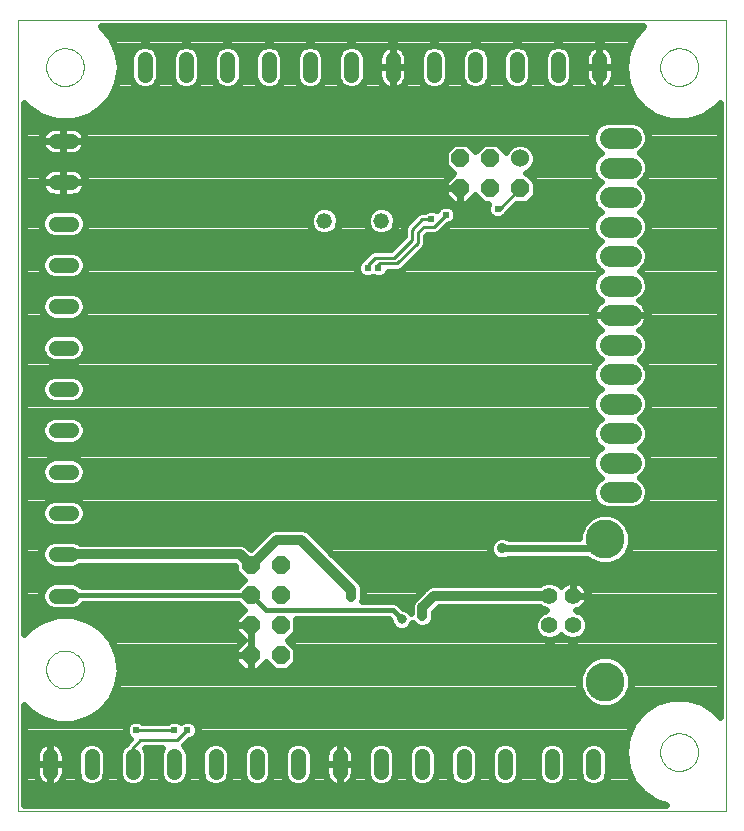
<source format=gbl>
G75*
%MOIN*%
%OFA0B0*%
%FSLAX24Y24*%
%IPPOS*%
%LPD*%
%AMOC8*
5,1,8,0,0,1.08239X$1,22.5*
%
%ADD10C,0.0000*%
%ADD11C,0.0520*%
%ADD12C,0.0515*%
%ADD13C,0.0700*%
%ADD14C,0.0600*%
%ADD15OC8,0.0600*%
%ADD16C,0.0560*%
%ADD17C,0.1300*%
%ADD18C,0.0240*%
%ADD19C,0.0241*%
%ADD20C,0.0317*%
%ADD21C,0.0160*%
%ADD22C,0.0100*%
%ADD23C,0.0320*%
%ADD24C,0.0356*%
D10*
X000389Y000891D02*
X000389Y027269D01*
X024011Y027269D01*
X024011Y000891D01*
X000389Y000891D01*
X001333Y005615D02*
X001335Y005665D01*
X001341Y005715D01*
X001351Y005764D01*
X001365Y005812D01*
X001382Y005859D01*
X001403Y005904D01*
X001428Y005948D01*
X001456Y005989D01*
X001488Y006028D01*
X001522Y006065D01*
X001559Y006099D01*
X001599Y006129D01*
X001641Y006156D01*
X001685Y006180D01*
X001731Y006201D01*
X001778Y006217D01*
X001826Y006230D01*
X001876Y006239D01*
X001925Y006244D01*
X001976Y006245D01*
X002026Y006242D01*
X002075Y006235D01*
X002124Y006224D01*
X002172Y006209D01*
X002218Y006191D01*
X002263Y006169D01*
X002306Y006143D01*
X002347Y006114D01*
X002386Y006082D01*
X002422Y006047D01*
X002454Y006009D01*
X002484Y005969D01*
X002511Y005926D01*
X002534Y005882D01*
X002553Y005836D01*
X002569Y005788D01*
X002581Y005739D01*
X002589Y005690D01*
X002593Y005640D01*
X002593Y005590D01*
X002589Y005540D01*
X002581Y005491D01*
X002569Y005442D01*
X002553Y005394D01*
X002534Y005348D01*
X002511Y005304D01*
X002484Y005261D01*
X002454Y005221D01*
X002422Y005183D01*
X002386Y005148D01*
X002347Y005116D01*
X002306Y005087D01*
X002263Y005061D01*
X002218Y005039D01*
X002172Y005021D01*
X002124Y005006D01*
X002075Y004995D01*
X002026Y004988D01*
X001976Y004985D01*
X001925Y004986D01*
X001876Y004991D01*
X001826Y005000D01*
X001778Y005013D01*
X001731Y005029D01*
X001685Y005050D01*
X001641Y005074D01*
X001599Y005101D01*
X001559Y005131D01*
X001522Y005165D01*
X001488Y005202D01*
X001456Y005241D01*
X001428Y005282D01*
X001403Y005326D01*
X001382Y005371D01*
X001365Y005418D01*
X001351Y005466D01*
X001341Y005515D01*
X001335Y005565D01*
X001333Y005615D01*
X001333Y025694D02*
X001335Y025744D01*
X001341Y025794D01*
X001351Y025843D01*
X001365Y025891D01*
X001382Y025938D01*
X001403Y025983D01*
X001428Y026027D01*
X001456Y026068D01*
X001488Y026107D01*
X001522Y026144D01*
X001559Y026178D01*
X001599Y026208D01*
X001641Y026235D01*
X001685Y026259D01*
X001731Y026280D01*
X001778Y026296D01*
X001826Y026309D01*
X001876Y026318D01*
X001925Y026323D01*
X001976Y026324D01*
X002026Y026321D01*
X002075Y026314D01*
X002124Y026303D01*
X002172Y026288D01*
X002218Y026270D01*
X002263Y026248D01*
X002306Y026222D01*
X002347Y026193D01*
X002386Y026161D01*
X002422Y026126D01*
X002454Y026088D01*
X002484Y026048D01*
X002511Y026005D01*
X002534Y025961D01*
X002553Y025915D01*
X002569Y025867D01*
X002581Y025818D01*
X002589Y025769D01*
X002593Y025719D01*
X002593Y025669D01*
X002589Y025619D01*
X002581Y025570D01*
X002569Y025521D01*
X002553Y025473D01*
X002534Y025427D01*
X002511Y025383D01*
X002484Y025340D01*
X002454Y025300D01*
X002422Y025262D01*
X002386Y025227D01*
X002347Y025195D01*
X002306Y025166D01*
X002263Y025140D01*
X002218Y025118D01*
X002172Y025100D01*
X002124Y025085D01*
X002075Y025074D01*
X002026Y025067D01*
X001976Y025064D01*
X001925Y025065D01*
X001876Y025070D01*
X001826Y025079D01*
X001778Y025092D01*
X001731Y025108D01*
X001685Y025129D01*
X001641Y025153D01*
X001599Y025180D01*
X001559Y025210D01*
X001522Y025244D01*
X001488Y025281D01*
X001456Y025320D01*
X001428Y025361D01*
X001403Y025405D01*
X001382Y025450D01*
X001365Y025497D01*
X001351Y025545D01*
X001341Y025594D01*
X001335Y025644D01*
X001333Y025694D01*
X021806Y025694D02*
X021808Y025744D01*
X021814Y025794D01*
X021824Y025843D01*
X021838Y025891D01*
X021855Y025938D01*
X021876Y025983D01*
X021901Y026027D01*
X021929Y026068D01*
X021961Y026107D01*
X021995Y026144D01*
X022032Y026178D01*
X022072Y026208D01*
X022114Y026235D01*
X022158Y026259D01*
X022204Y026280D01*
X022251Y026296D01*
X022299Y026309D01*
X022349Y026318D01*
X022398Y026323D01*
X022449Y026324D01*
X022499Y026321D01*
X022548Y026314D01*
X022597Y026303D01*
X022645Y026288D01*
X022691Y026270D01*
X022736Y026248D01*
X022779Y026222D01*
X022820Y026193D01*
X022859Y026161D01*
X022895Y026126D01*
X022927Y026088D01*
X022957Y026048D01*
X022984Y026005D01*
X023007Y025961D01*
X023026Y025915D01*
X023042Y025867D01*
X023054Y025818D01*
X023062Y025769D01*
X023066Y025719D01*
X023066Y025669D01*
X023062Y025619D01*
X023054Y025570D01*
X023042Y025521D01*
X023026Y025473D01*
X023007Y025427D01*
X022984Y025383D01*
X022957Y025340D01*
X022927Y025300D01*
X022895Y025262D01*
X022859Y025227D01*
X022820Y025195D01*
X022779Y025166D01*
X022736Y025140D01*
X022691Y025118D01*
X022645Y025100D01*
X022597Y025085D01*
X022548Y025074D01*
X022499Y025067D01*
X022449Y025064D01*
X022398Y025065D01*
X022349Y025070D01*
X022299Y025079D01*
X022251Y025092D01*
X022204Y025108D01*
X022158Y025129D01*
X022114Y025153D01*
X022072Y025180D01*
X022032Y025210D01*
X021995Y025244D01*
X021961Y025281D01*
X021929Y025320D01*
X021901Y025361D01*
X021876Y025405D01*
X021855Y025450D01*
X021838Y025497D01*
X021824Y025545D01*
X021814Y025594D01*
X021808Y025644D01*
X021806Y025694D01*
X021806Y002859D02*
X021808Y002909D01*
X021814Y002959D01*
X021824Y003008D01*
X021838Y003056D01*
X021855Y003103D01*
X021876Y003148D01*
X021901Y003192D01*
X021929Y003233D01*
X021961Y003272D01*
X021995Y003309D01*
X022032Y003343D01*
X022072Y003373D01*
X022114Y003400D01*
X022158Y003424D01*
X022204Y003445D01*
X022251Y003461D01*
X022299Y003474D01*
X022349Y003483D01*
X022398Y003488D01*
X022449Y003489D01*
X022499Y003486D01*
X022548Y003479D01*
X022597Y003468D01*
X022645Y003453D01*
X022691Y003435D01*
X022736Y003413D01*
X022779Y003387D01*
X022820Y003358D01*
X022859Y003326D01*
X022895Y003291D01*
X022927Y003253D01*
X022957Y003213D01*
X022984Y003170D01*
X023007Y003126D01*
X023026Y003080D01*
X023042Y003032D01*
X023054Y002983D01*
X023062Y002934D01*
X023066Y002884D01*
X023066Y002834D01*
X023062Y002784D01*
X023054Y002735D01*
X023042Y002686D01*
X023026Y002638D01*
X023007Y002592D01*
X022984Y002548D01*
X022957Y002505D01*
X022927Y002465D01*
X022895Y002427D01*
X022859Y002392D01*
X022820Y002360D01*
X022779Y002331D01*
X022736Y002305D01*
X022691Y002283D01*
X022645Y002265D01*
X022597Y002250D01*
X022548Y002239D01*
X022499Y002232D01*
X022449Y002229D01*
X022398Y002230D01*
X022349Y002235D01*
X022299Y002244D01*
X022251Y002257D01*
X022204Y002273D01*
X022158Y002294D01*
X022114Y002318D01*
X022072Y002345D01*
X022032Y002375D01*
X021995Y002409D01*
X021961Y002446D01*
X021929Y002485D01*
X021901Y002526D01*
X021876Y002570D01*
X021855Y002615D01*
X021838Y002662D01*
X021824Y002710D01*
X021814Y002759D01*
X021808Y002809D01*
X021806Y002859D01*
D11*
X012510Y020576D03*
X010610Y020576D03*
D12*
X010133Y025436D02*
X010133Y025951D01*
X008755Y025951D02*
X008755Y025436D01*
X007377Y025436D02*
X007377Y025951D01*
X005999Y025951D02*
X005999Y025436D01*
X004621Y025436D02*
X004621Y025951D01*
X002172Y023233D02*
X001657Y023233D01*
X001657Y021855D02*
X002172Y021855D01*
X002172Y020477D02*
X001657Y020477D01*
X001657Y019099D02*
X002172Y019099D01*
X002172Y017721D02*
X001657Y017721D01*
X001657Y016343D02*
X002172Y016343D01*
X002172Y014965D02*
X001657Y014965D01*
X001657Y013587D02*
X002172Y013587D01*
X002172Y012209D02*
X001657Y012209D01*
X001657Y010831D02*
X002172Y010831D01*
X002172Y009454D02*
X001657Y009454D01*
X001657Y008076D02*
X002172Y008076D01*
X002849Y002723D02*
X002849Y002208D01*
X001471Y002208D02*
X001471Y002723D01*
X004227Y002723D02*
X004227Y002208D01*
X005605Y002208D02*
X005605Y002723D01*
X006983Y002723D02*
X006983Y002208D01*
X008361Y002208D02*
X008361Y002723D01*
X009739Y002723D02*
X009739Y002208D01*
X011117Y002208D02*
X011117Y002723D01*
X012495Y002723D02*
X012495Y002208D01*
X013873Y002208D02*
X013873Y002723D01*
X015251Y002723D02*
X015251Y002208D01*
X016629Y002208D02*
X016629Y002723D01*
X018204Y002723D02*
X018204Y002208D01*
X019581Y002208D02*
X019581Y002723D01*
X019778Y025436D02*
X019778Y025951D01*
X018400Y025951D02*
X018400Y025436D01*
X017022Y025436D02*
X017022Y025951D01*
X015644Y025951D02*
X015644Y025436D01*
X014267Y025436D02*
X014267Y025951D01*
X012889Y025951D02*
X012889Y025436D01*
X011511Y025436D02*
X011511Y025951D01*
D13*
X020117Y023331D02*
X020817Y023331D01*
X020817Y022347D02*
X020117Y022347D01*
X020117Y021363D02*
X020817Y021363D01*
X020817Y020379D02*
X020117Y020379D01*
X020117Y019394D02*
X020817Y019394D01*
X020817Y018410D02*
X020117Y018410D01*
X020117Y017426D02*
X020817Y017426D01*
X020817Y016442D02*
X020117Y016442D01*
X020117Y015457D02*
X020817Y015457D01*
X020817Y014473D02*
X020117Y014473D01*
X020117Y013489D02*
X020817Y013489D01*
X020817Y012505D02*
X020117Y012505D01*
X020117Y011520D02*
X020817Y011520D01*
D14*
X017137Y022650D03*
D15*
X017137Y021650D03*
X016137Y021650D03*
X015137Y021650D03*
X015137Y022650D03*
X016137Y022650D03*
X009156Y009083D03*
X009156Y008083D03*
X009156Y007083D03*
X009156Y006083D03*
X008156Y006083D03*
X008156Y007083D03*
X008156Y008083D03*
X008156Y009083D03*
D16*
X018113Y008076D03*
X018893Y008076D03*
X018893Y007091D03*
X018113Y007091D03*
D17*
X019963Y005213D03*
X019963Y009953D03*
D18*
X019659Y009650D01*
X016530Y009650D01*
X016270Y009954D02*
X010367Y009954D01*
X010160Y010161D02*
X010053Y010268D01*
X009913Y010326D01*
X008943Y010326D01*
X008803Y010268D01*
X008156Y009621D01*
X008001Y009776D01*
X007862Y009834D01*
X002467Y009834D01*
X002442Y009858D01*
X002267Y009931D01*
X001562Y009931D01*
X001386Y009858D01*
X001252Y009724D01*
X001179Y009549D01*
X001179Y009359D01*
X001252Y009183D01*
X001386Y009049D01*
X001562Y008976D01*
X002267Y008976D01*
X002442Y009049D01*
X002467Y009074D01*
X007629Y009074D01*
X007636Y009066D01*
X007636Y008868D01*
X007921Y008583D01*
X007721Y008383D01*
X002539Y008383D01*
X002442Y008480D01*
X002267Y008553D01*
X001562Y008553D01*
X001386Y008480D01*
X001252Y008346D01*
X001179Y008171D01*
X001179Y007981D01*
X001252Y007805D01*
X001386Y007671D01*
X001562Y007598D01*
X002267Y007598D01*
X002442Y007671D01*
X002555Y007783D01*
X007721Y007783D01*
X007921Y007583D01*
X007636Y007299D01*
X007636Y007083D01*
X007636Y006868D01*
X007921Y006583D01*
X007636Y006299D01*
X007636Y006083D01*
X007636Y005868D01*
X007941Y005563D01*
X008156Y005563D01*
X008156Y006083D01*
X008156Y006083D01*
X007636Y006083D01*
X008156Y006083D01*
X008156Y006083D01*
X008156Y005563D01*
X008372Y005563D01*
X008656Y005848D01*
X008941Y005563D01*
X009372Y005563D01*
X009676Y005868D01*
X009676Y006299D01*
X009392Y006583D01*
X009676Y006868D01*
X009676Y007283D01*
X012764Y007283D01*
X012805Y007242D01*
X012805Y007213D01*
X012863Y007074D01*
X012969Y006967D01*
X013109Y006910D01*
X013259Y006910D01*
X013398Y006967D01*
X013505Y007074D01*
X013548Y007178D01*
X013551Y007171D01*
X013658Y007064D01*
X013797Y007007D01*
X013948Y007007D01*
X014088Y007064D01*
X014195Y007171D01*
X014253Y007311D01*
X014253Y007524D01*
X014424Y007696D01*
X017785Y007696D01*
X017829Y007652D01*
X017994Y007583D01*
X017829Y007515D01*
X017689Y007375D01*
X017613Y007191D01*
X017613Y006992D01*
X017689Y006808D01*
X017829Y006667D01*
X018013Y006591D01*
X018212Y006591D01*
X018396Y006667D01*
X018503Y006774D01*
X018609Y006667D01*
X018793Y006591D01*
X018992Y006591D01*
X019176Y006667D01*
X019316Y006808D01*
X019393Y006992D01*
X019393Y007191D01*
X019316Y007375D01*
X019176Y007515D01*
X019003Y007587D01*
X019010Y007588D01*
X019084Y007612D01*
X019155Y007648D01*
X019218Y007694D01*
X019274Y007750D01*
X019320Y007814D01*
X019356Y007884D01*
X019380Y007959D01*
X019393Y008036D01*
X019393Y008076D01*
X019393Y008115D01*
X019380Y008193D01*
X019356Y008268D01*
X019320Y008338D01*
X019274Y008401D01*
X019218Y008457D01*
X019155Y008503D01*
X019084Y008539D01*
X019010Y008563D01*
X018932Y008576D01*
X018893Y008576D01*
X018893Y008076D01*
X019393Y008076D01*
X018893Y008076D01*
X018893Y008076D01*
X018893Y008076D01*
X018893Y008576D01*
X018853Y008576D01*
X018775Y008563D01*
X018701Y008539D01*
X018630Y008503D01*
X018567Y008457D01*
X018511Y008401D01*
X018504Y008391D01*
X018396Y008499D01*
X018212Y008576D01*
X018013Y008576D01*
X017829Y008499D01*
X017785Y008456D01*
X014191Y008456D01*
X014051Y008398D01*
X013944Y008291D01*
X013551Y007897D01*
X013493Y007757D01*
X013493Y007514D01*
X013398Y007609D01*
X013259Y007667D01*
X013230Y007667D01*
X013059Y007838D01*
X012948Y007883D01*
X011863Y007883D01*
X011891Y007951D01*
X011891Y008348D01*
X011833Y008488D01*
X010160Y010161D01*
X010128Y010192D02*
X019120Y010192D01*
X019093Y010127D02*
X019093Y009990D01*
X016750Y009990D01*
X016610Y010049D01*
X016451Y010049D01*
X016305Y009988D01*
X016193Y009876D01*
X016132Y009730D01*
X016132Y009571D01*
X016193Y009425D01*
X016305Y009313D01*
X016451Y009252D01*
X016610Y009252D01*
X016750Y009310D01*
X019375Y009310D01*
X019470Y009216D01*
X019789Y009083D01*
X020136Y009083D01*
X020455Y009216D01*
X020700Y009461D01*
X020833Y009780D01*
X020833Y010127D01*
X020700Y010446D01*
X020455Y010691D01*
X020136Y010823D01*
X019789Y010823D01*
X019470Y010691D01*
X019225Y010446D01*
X019093Y010127D01*
X019218Y010431D02*
X002446Y010431D01*
X002442Y010427D02*
X002576Y010561D01*
X002649Y010737D01*
X002649Y010926D01*
X002576Y011102D01*
X002442Y011236D01*
X002267Y011309D01*
X001562Y011309D01*
X001386Y011236D01*
X001252Y011102D01*
X001179Y010926D01*
X001179Y010737D01*
X001252Y010561D01*
X001386Y010427D01*
X001562Y010354D01*
X002267Y010354D01*
X002442Y010427D01*
X002621Y010669D02*
X019448Y010669D01*
X019794Y011037D02*
X020004Y010950D01*
X020931Y010950D01*
X021140Y011037D01*
X021301Y011198D01*
X021387Y011407D01*
X021387Y011634D01*
X021301Y011843D01*
X021140Y012004D01*
X021119Y012013D01*
X021140Y012022D01*
X021301Y012182D01*
X021387Y012391D01*
X021387Y012618D01*
X021301Y012828D01*
X021140Y012988D01*
X021119Y012997D01*
X021140Y013006D01*
X021301Y013166D01*
X021387Y013376D01*
X021387Y013602D01*
X021301Y013812D01*
X021140Y013972D01*
X021119Y013981D01*
X021140Y013990D01*
X021301Y014150D01*
X021387Y014360D01*
X021387Y014587D01*
X021301Y014796D01*
X021140Y014956D01*
X021119Y014965D01*
X021140Y014974D01*
X021301Y015135D01*
X021387Y015344D01*
X021387Y015571D01*
X021301Y015780D01*
X021140Y015941D01*
X021119Y015950D01*
X021140Y015959D01*
X021301Y016119D01*
X021387Y016328D01*
X021387Y016555D01*
X021301Y016765D01*
X021140Y016925D01*
X021112Y016937D01*
X021116Y016938D01*
X021189Y016991D01*
X021252Y017055D01*
X021305Y017127D01*
X021346Y017207D01*
X021373Y017293D01*
X021387Y017381D01*
X021387Y017426D01*
X021387Y017471D01*
X021373Y017559D01*
X021346Y017645D01*
X021305Y017725D01*
X021252Y017797D01*
X021189Y017861D01*
X021116Y017913D01*
X021112Y017915D01*
X021140Y017927D01*
X021301Y018087D01*
X021387Y018297D01*
X021387Y018524D01*
X021301Y018733D01*
X021140Y018893D01*
X021119Y018902D01*
X021140Y018911D01*
X021301Y019072D01*
X021387Y019281D01*
X021387Y019508D01*
X021301Y019717D01*
X021140Y019878D01*
X021119Y019887D01*
X021140Y019896D01*
X021301Y020056D01*
X021387Y020265D01*
X021387Y020492D01*
X021301Y020702D01*
X021140Y020862D01*
X021119Y020871D01*
X021140Y020880D01*
X021301Y021040D01*
X021387Y021250D01*
X021387Y021476D01*
X021301Y021686D01*
X021140Y021846D01*
X021119Y021855D01*
X021140Y021864D01*
X021301Y022024D01*
X021387Y022234D01*
X021387Y022461D01*
X021301Y022670D01*
X021140Y022830D01*
X021119Y022839D01*
X021140Y022848D01*
X021301Y023009D01*
X021387Y023218D01*
X021387Y023445D01*
X021301Y023654D01*
X021140Y023815D01*
X020931Y023901D01*
X020004Y023901D01*
X019794Y023815D01*
X019634Y023654D01*
X019547Y023445D01*
X019547Y023218D01*
X019634Y023009D01*
X019794Y022848D01*
X019816Y022839D01*
X019794Y022830D01*
X019634Y022670D01*
X019547Y022461D01*
X019547Y022234D01*
X019634Y022024D01*
X019794Y021864D01*
X019816Y021855D01*
X019794Y021846D01*
X019634Y021686D01*
X019547Y021476D01*
X019547Y021250D01*
X019634Y021040D01*
X019794Y020880D01*
X019816Y020871D01*
X019794Y020862D01*
X019634Y020702D01*
X019547Y020492D01*
X019547Y020265D01*
X019634Y020056D01*
X019794Y019896D01*
X019816Y019887D01*
X019794Y019878D01*
X019634Y019717D01*
X019547Y019508D01*
X019547Y019281D01*
X019634Y019072D01*
X019794Y018911D01*
X019816Y018902D01*
X019794Y018893D01*
X019634Y018733D01*
X019547Y018524D01*
X019547Y018297D01*
X019634Y018087D01*
X019794Y017927D01*
X019822Y017915D01*
X019819Y017913D01*
X019746Y017861D01*
X019683Y017797D01*
X019630Y017725D01*
X019589Y017645D01*
X019561Y017559D01*
X019547Y017471D01*
X019547Y017426D01*
X019547Y017381D01*
X019561Y017293D01*
X019589Y017207D01*
X019630Y017127D01*
X019683Y017055D01*
X019746Y016991D01*
X019819Y016938D01*
X019822Y016937D01*
X019794Y016925D01*
X019634Y016765D01*
X019547Y016555D01*
X019547Y016328D01*
X019634Y016119D01*
X019794Y015959D01*
X019816Y015950D01*
X019794Y015941D01*
X019634Y015780D01*
X019547Y015571D01*
X019547Y015344D01*
X019634Y015135D01*
X019794Y014974D01*
X019816Y014965D01*
X019794Y014956D01*
X019634Y014796D01*
X019547Y014587D01*
X019547Y014360D01*
X019634Y014150D01*
X019794Y013990D01*
X019816Y013981D01*
X019794Y013972D01*
X019634Y013812D01*
X019547Y013602D01*
X019547Y013376D01*
X019634Y013166D01*
X019794Y013006D01*
X019816Y012997D01*
X019794Y012988D01*
X019634Y012828D01*
X019547Y012618D01*
X019547Y012391D01*
X019634Y012182D01*
X019794Y012022D01*
X019816Y012013D01*
X019794Y012004D01*
X019634Y011843D01*
X019547Y011634D01*
X019547Y011407D01*
X019634Y011198D01*
X019794Y011037D01*
X019686Y011146D02*
X002532Y011146D01*
X002649Y010908D02*
X023791Y010908D01*
X023791Y011146D02*
X021249Y011146D01*
X021378Y011385D02*
X023791Y011385D01*
X023791Y011623D02*
X021387Y011623D01*
X021282Y011862D02*
X023791Y011862D01*
X023791Y012100D02*
X021219Y012100D01*
X021365Y012339D02*
X023791Y012339D01*
X023791Y012577D02*
X021387Y012577D01*
X021306Y012816D02*
X023791Y012816D01*
X023791Y013054D02*
X021189Y013054D01*
X021353Y013293D02*
X023791Y013293D01*
X023791Y013531D02*
X021387Y013531D01*
X021318Y013770D02*
X023791Y013770D01*
X023791Y014008D02*
X021158Y014008D01*
X021340Y014247D02*
X023791Y014247D01*
X023791Y014485D02*
X021387Y014485D01*
X021331Y014724D02*
X023791Y014724D01*
X023791Y014962D02*
X021127Y014962D01*
X021328Y015201D02*
X023791Y015201D01*
X023791Y015439D02*
X021387Y015439D01*
X021343Y015678D02*
X023791Y015678D01*
X023791Y015916D02*
X021165Y015916D01*
X021315Y016155D02*
X023791Y016155D01*
X023791Y016393D02*
X021387Y016393D01*
X021356Y016632D02*
X023791Y016632D01*
X023791Y016870D02*
X021195Y016870D01*
X021291Y017109D02*
X023791Y017109D01*
X023791Y017347D02*
X021382Y017347D01*
X021387Y017426D02*
X020467Y017426D01*
X019547Y017426D01*
X020467Y017426D01*
X020467Y017426D01*
X021387Y017426D01*
X021365Y017586D02*
X023791Y017586D01*
X023791Y017824D02*
X021225Y017824D01*
X021276Y018063D02*
X023791Y018063D01*
X023791Y018301D02*
X021387Y018301D01*
X021381Y018540D02*
X023791Y018540D01*
X023791Y018778D02*
X021256Y018778D01*
X021246Y019017D02*
X023791Y019017D01*
X023791Y019255D02*
X021377Y019255D01*
X021387Y019494D02*
X023791Y019494D01*
X023791Y019732D02*
X021286Y019732D01*
X021215Y019971D02*
X023791Y019971D01*
X023791Y020209D02*
X021364Y020209D01*
X021387Y020448D02*
X023791Y020448D01*
X023791Y020686D02*
X021307Y020686D01*
X021185Y020925D02*
X023791Y020925D01*
X023791Y021163D02*
X021351Y021163D01*
X021387Y021402D02*
X023791Y021402D01*
X023791Y021640D02*
X021320Y021640D01*
X021155Y021879D02*
X023791Y021879D01*
X023791Y022117D02*
X021339Y022117D01*
X021387Y022356D02*
X023791Y022356D01*
X023791Y022594D02*
X021332Y022594D01*
X021135Y022833D02*
X023791Y022833D01*
X023791Y023071D02*
X021326Y023071D01*
X021387Y023310D02*
X023791Y023310D01*
X023791Y023548D02*
X021345Y023548D01*
X021168Y023787D02*
X023791Y023787D01*
X023791Y024025D02*
X023147Y024025D01*
X023192Y024038D02*
X023628Y024318D01*
X023791Y024506D01*
X023791Y004046D01*
X023628Y004235D01*
X023628Y004235D01*
X023192Y004515D01*
X022695Y004661D01*
X022177Y004661D01*
X021680Y004515D01*
X021680Y004515D01*
X021244Y004235D01*
X020905Y003843D01*
X020690Y003372D01*
X020690Y003372D01*
X020616Y002859D01*
X020690Y002346D01*
X020905Y001875D01*
X021244Y001484D01*
X021680Y001204D01*
X021996Y001111D01*
X000609Y001111D01*
X000609Y004428D01*
X000772Y004239D01*
X001207Y003959D01*
X001207Y003959D01*
X001704Y003813D01*
X002222Y003813D01*
X002719Y003959D01*
X002719Y003959D01*
X003155Y004239D01*
X003155Y004239D01*
X003155Y004239D01*
X003494Y004631D01*
X003710Y005102D01*
X003710Y005102D01*
X003783Y005615D01*
X003710Y006128D01*
X003494Y006599D01*
X003155Y006990D01*
X002719Y007270D01*
X002222Y007416D01*
X001704Y007416D01*
X001207Y007270D01*
X000772Y006990D01*
X000609Y006802D01*
X000609Y024506D01*
X000772Y024318D01*
X001207Y024038D01*
X001207Y024038D01*
X001704Y023892D01*
X002222Y023892D01*
X002719Y024038D01*
X002719Y024038D01*
X003155Y024318D01*
X003155Y024318D01*
X003155Y024318D01*
X003494Y024710D01*
X003710Y025181D01*
X003783Y025694D01*
X003710Y026206D01*
X003710Y026206D01*
X003494Y026678D01*
X003173Y027049D01*
X021226Y027049D01*
X020905Y026678D01*
X020690Y026206D01*
X020616Y025694D01*
X020616Y025694D01*
X020690Y025181D01*
X020905Y024710D01*
X020905Y024710D01*
X021244Y024318D01*
X021680Y024038D01*
X022177Y023892D01*
X022695Y023892D01*
X023192Y024038D01*
X023543Y024264D02*
X023791Y024264D01*
X023628Y024318D02*
X023628Y024318D01*
X023787Y024502D02*
X023791Y024502D01*
X021724Y024025D02*
X002675Y024025D01*
X003070Y024264D02*
X021329Y024264D01*
X021244Y024318D02*
X021244Y024318D01*
X021085Y024502D02*
X003315Y024502D01*
X003494Y024710D02*
X003494Y024710D01*
X003509Y024741D02*
X020891Y024741D01*
X020782Y024979D02*
X019917Y024979D01*
X019890Y024970D02*
X019962Y024994D01*
X020029Y025028D01*
X020089Y025072D01*
X020143Y025125D01*
X020187Y025186D01*
X020221Y025253D01*
X020244Y025324D01*
X020256Y025399D01*
X020256Y025694D01*
X020256Y025989D01*
X020244Y026063D01*
X020221Y026134D01*
X020187Y026201D01*
X020143Y026262D01*
X020089Y026315D01*
X020029Y026360D01*
X019962Y026394D01*
X019890Y026417D01*
X019816Y026429D01*
X019778Y026429D01*
X019741Y026429D01*
X019667Y026417D01*
X019595Y026394D01*
X019528Y026360D01*
X019467Y026315D01*
X019414Y026262D01*
X019370Y026201D01*
X019336Y026134D01*
X019313Y026063D01*
X019301Y025989D01*
X019301Y025694D01*
X019778Y025694D01*
X019778Y025694D01*
X019778Y026429D01*
X019778Y025694D01*
X019778Y025694D01*
X019301Y025694D01*
X019301Y025399D01*
X019313Y025324D01*
X019336Y025253D01*
X019370Y025186D01*
X019414Y025125D01*
X019467Y025072D01*
X019528Y025028D01*
X019595Y024994D01*
X019667Y024970D01*
X019741Y024959D01*
X019778Y024959D01*
X019778Y025694D01*
X019778Y025694D01*
X020256Y025694D01*
X019778Y025694D01*
X019778Y025694D01*
X019778Y024959D01*
X019816Y024959D01*
X019890Y024970D01*
X019778Y024979D02*
X019778Y024979D01*
X019640Y024979D02*
X018544Y024979D01*
X018495Y024959D02*
X018671Y025031D01*
X018805Y025166D01*
X018878Y025341D01*
X018878Y026046D01*
X018805Y026222D01*
X018671Y026356D01*
X018495Y026429D01*
X018305Y026429D01*
X018130Y026356D01*
X017996Y026222D01*
X017923Y026046D01*
X017923Y025341D01*
X017996Y025166D01*
X018130Y025031D01*
X018305Y024959D01*
X018495Y024959D01*
X018256Y024979D02*
X017167Y024979D01*
X017117Y024959D02*
X017293Y025031D01*
X017427Y025166D01*
X017500Y025341D01*
X017500Y026046D01*
X017427Y026222D01*
X017293Y026356D01*
X017117Y026429D01*
X016927Y026429D01*
X016752Y026356D01*
X016618Y026222D01*
X016545Y026046D01*
X016545Y025341D01*
X016618Y025166D01*
X016752Y025031D01*
X016927Y024959D01*
X017117Y024959D01*
X016878Y024979D02*
X015789Y024979D01*
X015739Y024959D02*
X015915Y025031D01*
X016049Y025166D01*
X016122Y025341D01*
X016122Y026046D01*
X016049Y026222D01*
X015915Y026356D01*
X015739Y026429D01*
X015550Y026429D01*
X015374Y026356D01*
X015240Y026222D01*
X015167Y026046D01*
X015167Y025341D01*
X015240Y025166D01*
X015374Y025031D01*
X015550Y024959D01*
X015739Y024959D01*
X015500Y024979D02*
X014411Y024979D01*
X014362Y024959D02*
X014537Y025031D01*
X014671Y025166D01*
X014744Y025341D01*
X014744Y026046D01*
X014671Y026222D01*
X014537Y026356D01*
X014362Y026429D01*
X014172Y026429D01*
X013996Y026356D01*
X013862Y026222D01*
X013789Y026046D01*
X013789Y025341D01*
X013862Y025166D01*
X013996Y025031D01*
X014172Y024959D01*
X014362Y024959D01*
X014122Y024979D02*
X013027Y024979D01*
X013000Y024970D02*
X013072Y024994D01*
X013139Y025028D01*
X013200Y025072D01*
X013253Y025125D01*
X013297Y025186D01*
X013331Y025253D01*
X013354Y025324D01*
X013366Y025399D01*
X013366Y025694D01*
X013366Y025989D01*
X013354Y026063D01*
X013331Y026134D01*
X013297Y026201D01*
X013253Y026262D01*
X013200Y026315D01*
X013139Y026360D01*
X013072Y026394D01*
X013000Y026417D01*
X012926Y026429D01*
X012889Y026429D01*
X012889Y025694D01*
X013366Y025694D01*
X012889Y025694D01*
X012889Y025694D01*
X012889Y025694D01*
X012889Y026429D01*
X012851Y026429D01*
X012777Y026417D01*
X012705Y026394D01*
X012638Y026360D01*
X012578Y026315D01*
X012524Y026262D01*
X012480Y026201D01*
X012446Y026134D01*
X012423Y026063D01*
X012411Y025989D01*
X012411Y025694D01*
X012889Y025694D01*
X012889Y024959D01*
X012926Y024959D01*
X013000Y024970D01*
X012889Y024979D02*
X012889Y024979D01*
X012889Y024959D02*
X012889Y025694D01*
X012889Y025694D01*
X012889Y025694D01*
X012411Y025694D01*
X012411Y025399D01*
X012423Y025324D01*
X012446Y025253D01*
X012480Y025186D01*
X012524Y025125D01*
X012578Y025072D01*
X012638Y025028D01*
X012705Y024994D01*
X012777Y024970D01*
X012851Y024959D01*
X012889Y024959D01*
X012750Y024979D02*
X011655Y024979D01*
X011606Y024959D02*
X011781Y025031D01*
X011915Y025166D01*
X011988Y025341D01*
X011988Y026046D01*
X011915Y026222D01*
X011781Y026356D01*
X011606Y026429D01*
X011416Y026429D01*
X011240Y026356D01*
X011106Y026222D01*
X011033Y026046D01*
X011033Y025341D01*
X011106Y025166D01*
X011240Y025031D01*
X011416Y024959D01*
X011606Y024959D01*
X011367Y024979D02*
X010277Y024979D01*
X010228Y024959D02*
X010403Y025031D01*
X010537Y025166D01*
X010610Y025341D01*
X010610Y026046D01*
X010537Y026222D01*
X010403Y026356D01*
X010228Y026429D01*
X010038Y026429D01*
X009862Y026356D01*
X009728Y026222D01*
X009655Y026046D01*
X009655Y025341D01*
X009728Y025166D01*
X009862Y025031D01*
X010038Y024959D01*
X010228Y024959D01*
X009989Y024979D02*
X008899Y024979D01*
X008850Y024959D02*
X009025Y025031D01*
X009160Y025166D01*
X009232Y025341D01*
X009232Y026046D01*
X009160Y026222D01*
X009025Y026356D01*
X008850Y026429D01*
X008660Y026429D01*
X008484Y026356D01*
X008350Y026222D01*
X008277Y026046D01*
X008277Y025341D01*
X008350Y025166D01*
X008484Y025031D01*
X008660Y024959D01*
X008850Y024959D01*
X008611Y024979D02*
X007521Y024979D01*
X007472Y024959D02*
X007647Y025031D01*
X007782Y025166D01*
X007854Y025341D01*
X007854Y026046D01*
X007782Y026222D01*
X007647Y026356D01*
X007472Y026429D01*
X007282Y026429D01*
X007106Y026356D01*
X006972Y026222D01*
X006899Y026046D01*
X006899Y025341D01*
X006972Y025166D01*
X007106Y025031D01*
X007282Y024959D01*
X007472Y024959D01*
X007233Y024979D02*
X006143Y024979D01*
X006094Y024959D02*
X006269Y025031D01*
X006404Y025166D01*
X006476Y025341D01*
X006476Y026046D01*
X006404Y026222D01*
X006269Y026356D01*
X006094Y026429D01*
X005904Y026429D01*
X005728Y026356D01*
X005594Y026222D01*
X005521Y026046D01*
X005521Y025341D01*
X005594Y025166D01*
X005728Y025031D01*
X005904Y024959D01*
X006094Y024959D01*
X005855Y024979D02*
X004765Y024979D01*
X004716Y024959D02*
X004891Y025031D01*
X005026Y025166D01*
X005098Y025341D01*
X005098Y026046D01*
X005026Y026222D01*
X004891Y026356D01*
X004716Y026429D01*
X004526Y026429D01*
X004350Y026356D01*
X004216Y026222D01*
X004143Y026046D01*
X004143Y025341D01*
X004216Y025166D01*
X004350Y025031D01*
X004526Y024959D01*
X004716Y024959D01*
X004477Y024979D02*
X003617Y024979D01*
X003710Y025181D02*
X003710Y025181D01*
X003715Y025218D02*
X004195Y025218D01*
X004143Y025456D02*
X003749Y025456D01*
X003783Y025695D02*
X004143Y025695D01*
X004143Y025933D02*
X003749Y025933D01*
X003715Y026172D02*
X004195Y026172D01*
X004481Y026410D02*
X003617Y026410D01*
X003508Y026649D02*
X020891Y026649D01*
X020905Y026678D02*
X020905Y026678D01*
X021086Y026887D02*
X003313Y026887D01*
X003494Y026678D02*
X003494Y026678D01*
X004761Y026410D02*
X005859Y026410D01*
X006139Y026410D02*
X007237Y026410D01*
X006951Y026172D02*
X006424Y026172D01*
X006476Y025933D02*
X006899Y025933D01*
X006899Y025695D02*
X006476Y025695D01*
X006476Y025456D02*
X006899Y025456D01*
X006951Y025218D02*
X006425Y025218D01*
X005573Y025218D02*
X005047Y025218D01*
X005098Y025456D02*
X005521Y025456D01*
X005521Y025695D02*
X005098Y025695D01*
X005098Y025933D02*
X005521Y025933D01*
X005573Y026172D02*
X005046Y026172D01*
X002483Y023597D02*
X002422Y023641D01*
X002355Y023676D01*
X002283Y023699D01*
X002209Y023711D01*
X001914Y023711D01*
X001619Y023711D01*
X001545Y023699D01*
X001473Y023676D01*
X001406Y023641D01*
X001346Y023597D01*
X001292Y023544D01*
X001248Y023483D01*
X001214Y023416D01*
X001191Y023345D01*
X001179Y023271D01*
X001179Y023233D01*
X001179Y023195D01*
X001191Y023121D01*
X001214Y023050D01*
X001248Y022983D01*
X001292Y022922D01*
X001346Y022869D01*
X001406Y022825D01*
X001473Y022791D01*
X001545Y022767D01*
X001619Y022756D01*
X001914Y022756D01*
X001914Y023233D01*
X001179Y023233D01*
X001914Y023233D01*
X001914Y023233D01*
X001914Y023233D01*
X001914Y023711D01*
X001914Y023233D01*
X001914Y023233D01*
X001914Y022756D01*
X002209Y022756D01*
X002283Y022767D01*
X002355Y022791D01*
X002422Y022825D01*
X002483Y022869D01*
X002536Y022922D01*
X002580Y022983D01*
X002614Y023050D01*
X002637Y023121D01*
X002649Y023195D01*
X002649Y023233D01*
X001914Y023233D01*
X001914Y023233D01*
X002649Y023233D01*
X002649Y023271D01*
X002637Y023345D01*
X002614Y023416D01*
X002580Y023483D01*
X002536Y023544D01*
X002483Y023597D01*
X002532Y023548D02*
X019590Y023548D01*
X019547Y023310D02*
X002643Y023310D01*
X002621Y023071D02*
X014822Y023071D01*
X014921Y023170D02*
X014617Y022866D01*
X014617Y022435D01*
X014901Y022150D01*
X014617Y021866D01*
X014617Y021650D01*
X014617Y021435D01*
X014921Y021130D01*
X015137Y021130D01*
X015352Y021130D01*
X015637Y021415D01*
X015921Y021130D01*
X016081Y021130D01*
X016042Y021037D01*
X016042Y020902D01*
X016094Y020776D01*
X016190Y020680D01*
X016315Y020629D01*
X016450Y020629D01*
X016576Y020680D01*
X016672Y020776D01*
X016691Y020823D01*
X016998Y021130D01*
X017352Y021130D01*
X017657Y021435D01*
X017657Y021866D01*
X017352Y022170D01*
X017337Y022170D01*
X017431Y022210D01*
X017577Y022356D01*
X019547Y022356D01*
X019596Y022117D02*
X017405Y022117D01*
X017577Y022356D02*
X017657Y022547D01*
X017657Y022754D01*
X017577Y022945D01*
X017431Y023091D01*
X017240Y023170D01*
X017033Y023170D01*
X016842Y023091D01*
X016696Y022945D01*
X016657Y022850D01*
X016657Y022866D01*
X016352Y023170D01*
X015921Y023170D01*
X015637Y022886D01*
X015352Y023170D01*
X014921Y023170D01*
X014617Y022833D02*
X002433Y022833D01*
X002283Y022321D02*
X002209Y022333D01*
X001914Y022333D01*
X001619Y022333D01*
X001545Y022321D01*
X001473Y022298D01*
X001406Y022263D01*
X001346Y022219D01*
X001292Y022166D01*
X001248Y022105D01*
X001214Y022038D01*
X001191Y021967D01*
X001179Y021893D01*
X001179Y021855D01*
X001179Y021818D01*
X001191Y021743D01*
X001214Y021672D01*
X001248Y021605D01*
X001292Y021544D01*
X001346Y021491D01*
X001406Y021447D01*
X001473Y021413D01*
X001545Y021389D01*
X001619Y021378D01*
X001914Y021378D01*
X001914Y021855D01*
X001179Y021855D01*
X001914Y021855D01*
X001914Y021855D01*
X001914Y021855D01*
X001914Y021378D01*
X002209Y021378D01*
X002283Y021389D01*
X002355Y021413D01*
X002422Y021447D01*
X002483Y021491D01*
X002536Y021544D01*
X002580Y021605D01*
X002614Y021672D01*
X002637Y021743D01*
X002649Y021818D01*
X002649Y021855D01*
X001914Y021855D01*
X001914Y022333D01*
X001914Y021855D01*
X001914Y021855D01*
X001914Y021855D01*
X002649Y021855D01*
X002649Y021893D01*
X002637Y021967D01*
X002614Y022038D01*
X002580Y022105D01*
X002536Y022166D01*
X002483Y022219D01*
X002422Y022263D01*
X002355Y022298D01*
X002283Y022321D01*
X002572Y022117D02*
X014868Y022117D01*
X014696Y022356D02*
X000609Y022356D01*
X000609Y022594D02*
X014617Y022594D01*
X014629Y021879D02*
X002649Y021879D01*
X002598Y021640D02*
X014617Y021640D01*
X014617Y021650D02*
X015137Y021650D01*
X015137Y021130D01*
X015137Y021650D01*
X015137Y021650D01*
X015137Y021650D01*
X014617Y021650D01*
X014650Y021402D02*
X002321Y021402D01*
X002267Y020955D02*
X002442Y020882D01*
X002576Y020748D01*
X002649Y020572D01*
X002649Y020382D01*
X002576Y020207D01*
X002442Y020072D01*
X002267Y020000D01*
X001562Y020000D01*
X001386Y020072D01*
X001252Y020207D01*
X001179Y020382D01*
X001179Y020572D01*
X001252Y020748D01*
X001386Y020882D01*
X001562Y020955D01*
X002267Y020955D01*
X002339Y020925D02*
X010280Y020925D01*
X010338Y020983D02*
X010203Y020847D01*
X010130Y020671D01*
X010130Y020480D01*
X010203Y020304D01*
X010338Y020169D01*
X010514Y020096D01*
X010705Y020096D01*
X010882Y020169D01*
X011017Y020304D01*
X011090Y020480D01*
X011090Y020671D01*
X011017Y020847D01*
X010882Y020983D01*
X010705Y021056D01*
X010514Y021056D01*
X010338Y020983D01*
X010136Y020686D02*
X002602Y020686D01*
X002649Y020448D02*
X010143Y020448D01*
X010298Y020209D02*
X002577Y020209D01*
X002267Y019577D02*
X002442Y019504D01*
X002576Y019370D01*
X002649Y019194D01*
X002649Y019004D01*
X002576Y018829D01*
X002442Y018694D01*
X002267Y018622D01*
X001562Y018622D01*
X001386Y018694D01*
X001252Y018829D01*
X001179Y019004D01*
X001179Y019194D01*
X001252Y019370D01*
X001386Y019504D01*
X001562Y019577D01*
X002267Y019577D01*
X002453Y019494D02*
X012064Y019494D01*
X012069Y019498D02*
X011899Y019328D01*
X011862Y019291D01*
X011859Y019290D01*
X011763Y019194D01*
X011711Y019069D01*
X011711Y018933D01*
X011763Y018808D01*
X011859Y018712D01*
X011984Y018660D01*
X012120Y018660D01*
X012224Y018703D01*
X012329Y018660D01*
X012464Y018660D01*
X012589Y018712D01*
X012685Y018808D01*
X012715Y018878D01*
X013090Y018878D01*
X013189Y018920D01*
X013878Y019609D01*
X013954Y019684D01*
X013995Y019784D01*
X013995Y020070D01*
X014034Y020109D01*
X014320Y020109D01*
X014419Y020150D01*
X014701Y020432D01*
X014728Y020432D01*
X014853Y020484D01*
X014949Y020579D01*
X015001Y020705D01*
X015001Y020840D01*
X014949Y020965D01*
X014853Y021061D01*
X014728Y021113D01*
X014592Y021113D01*
X014467Y021061D01*
X014371Y020965D01*
X014352Y020918D01*
X014236Y020966D01*
X014100Y020966D01*
X013975Y020914D01*
X013956Y020895D01*
X013819Y020895D01*
X013720Y020854D01*
X013644Y020778D01*
X013299Y020433D01*
X013258Y020334D01*
X013258Y020048D01*
X012826Y019615D01*
X012244Y019615D01*
X012145Y019574D01*
X012069Y019498D01*
X012069Y019498D01*
X011899Y019328D02*
X011899Y019328D01*
X011824Y019255D02*
X002624Y019255D01*
X002649Y019017D02*
X011711Y019017D01*
X011793Y018778D02*
X002526Y018778D01*
X002267Y018199D02*
X002442Y018126D01*
X002576Y017992D01*
X002649Y017816D01*
X002649Y017626D01*
X002576Y017451D01*
X002442Y017316D01*
X002267Y017244D01*
X001562Y017244D01*
X001386Y017316D01*
X001252Y017451D01*
X001179Y017626D01*
X001179Y017816D01*
X001252Y017992D01*
X001386Y018126D01*
X001562Y018199D01*
X002267Y018199D01*
X002506Y018063D02*
X019659Y018063D01*
X019709Y017824D02*
X002646Y017824D01*
X002632Y017586D02*
X019570Y017586D01*
X019553Y017347D02*
X002473Y017347D01*
X002267Y016821D02*
X002442Y016748D01*
X002576Y016614D01*
X002649Y016438D01*
X002649Y016248D01*
X002576Y016073D01*
X002442Y015939D01*
X002267Y015866D01*
X001562Y015866D01*
X001386Y015939D01*
X001252Y016073D01*
X001179Y016248D01*
X001179Y016438D01*
X001252Y016614D01*
X001386Y016748D01*
X001562Y016821D01*
X002267Y016821D01*
X002559Y016632D02*
X019579Y016632D01*
X019547Y016393D02*
X002649Y016393D01*
X002610Y016155D02*
X019619Y016155D01*
X019770Y015916D02*
X002388Y015916D01*
X002267Y015443D02*
X002442Y015370D01*
X002576Y015236D01*
X002649Y015060D01*
X002649Y014870D01*
X002576Y014695D01*
X002442Y014561D01*
X002267Y014488D01*
X001562Y014488D01*
X001386Y014561D01*
X001252Y014695D01*
X001179Y014870D01*
X001179Y015060D01*
X001252Y015236D01*
X001386Y015370D01*
X001562Y015443D01*
X002267Y015443D01*
X002276Y015439D02*
X019547Y015439D01*
X019592Y015678D02*
X000609Y015678D01*
X000609Y015916D02*
X001440Y015916D01*
X001218Y016155D02*
X000609Y016155D01*
X000609Y016393D02*
X001179Y016393D01*
X001270Y016632D02*
X000609Y016632D01*
X000609Y016870D02*
X019740Y016870D01*
X019643Y017109D02*
X000609Y017109D01*
X000609Y017347D02*
X001356Y017347D01*
X001196Y017586D02*
X000609Y017586D01*
X000609Y017824D02*
X001182Y017824D01*
X001323Y018063D02*
X000609Y018063D01*
X000609Y018301D02*
X019547Y018301D01*
X019554Y018540D02*
X000609Y018540D01*
X000609Y018778D02*
X001303Y018778D01*
X001179Y019017D02*
X000609Y019017D01*
X000609Y019255D02*
X001204Y019255D01*
X001376Y019494D02*
X000609Y019494D01*
X000609Y019732D02*
X012943Y019732D01*
X013181Y019971D02*
X000609Y019971D01*
X000609Y020209D02*
X001251Y020209D01*
X001179Y020448D02*
X000609Y020448D01*
X000609Y020686D02*
X001226Y020686D01*
X001489Y020925D02*
X000609Y020925D01*
X000609Y021163D02*
X014889Y021163D01*
X015137Y021163D02*
X015137Y021163D01*
X015137Y021402D02*
X015137Y021402D01*
X015137Y021640D02*
X015137Y021640D01*
X015385Y021163D02*
X015889Y021163D01*
X016042Y020925D02*
X014966Y020925D01*
X014993Y020686D02*
X016184Y020686D01*
X016581Y020686D02*
X019628Y020686D01*
X019547Y020448D02*
X014766Y020448D01*
X014479Y020209D02*
X019571Y020209D01*
X019719Y019971D02*
X013995Y019971D01*
X013974Y019732D02*
X019649Y019732D01*
X019547Y019494D02*
X013763Y019494D01*
X013525Y019255D02*
X019558Y019255D01*
X019689Y019017D02*
X013286Y019017D01*
X012656Y018778D02*
X019679Y018778D01*
X020467Y017426D02*
X020467Y017426D01*
X019607Y015201D02*
X002591Y015201D01*
X002649Y014962D02*
X019808Y014962D01*
X019604Y014724D02*
X002588Y014724D01*
X002267Y014065D02*
X002442Y013992D01*
X002576Y013858D01*
X002649Y013682D01*
X002649Y013492D01*
X002576Y013317D01*
X002442Y013183D01*
X002267Y013110D01*
X001562Y013110D01*
X001386Y013183D01*
X001252Y013317D01*
X001179Y013492D01*
X001179Y013682D01*
X001252Y013858D01*
X001386Y013992D01*
X001562Y014065D01*
X002267Y014065D01*
X002404Y014008D02*
X019776Y014008D01*
X019617Y013770D02*
X002613Y013770D01*
X002649Y013531D02*
X019547Y013531D01*
X019582Y013293D02*
X002552Y013293D01*
X002267Y012687D02*
X002442Y012614D01*
X002576Y012480D01*
X002649Y012304D01*
X002649Y012114D01*
X002576Y011939D01*
X002442Y011805D01*
X002267Y011732D01*
X001562Y011732D01*
X001386Y011805D01*
X001252Y011939D01*
X001179Y012114D01*
X001179Y012304D01*
X001252Y012480D01*
X001386Y012614D01*
X001562Y012687D01*
X002267Y012687D01*
X002479Y012577D02*
X019547Y012577D01*
X019569Y012339D02*
X002635Y012339D01*
X002643Y012100D02*
X019716Y012100D01*
X019652Y011862D02*
X002499Y011862D01*
X001329Y011862D02*
X000609Y011862D01*
X000609Y012100D02*
X001185Y012100D01*
X001193Y012339D02*
X000609Y012339D01*
X000609Y012577D02*
X001349Y012577D01*
X001276Y013293D02*
X000609Y013293D01*
X000609Y013531D02*
X001179Y013531D01*
X001215Y013770D02*
X000609Y013770D01*
X000609Y014008D02*
X001425Y014008D01*
X001240Y014724D02*
X000609Y014724D01*
X000609Y014962D02*
X001179Y014962D01*
X001237Y015201D02*
X000609Y015201D01*
X000609Y015439D02*
X001553Y015439D01*
X000609Y014485D02*
X019547Y014485D01*
X019594Y014247D02*
X000609Y014247D01*
X000609Y013054D02*
X019746Y013054D01*
X019629Y012816D02*
X000609Y012816D01*
X000609Y011623D02*
X019547Y011623D01*
X019557Y011385D02*
X000609Y011385D01*
X000609Y011146D02*
X001296Y011146D01*
X001179Y010908D02*
X000609Y010908D01*
X000609Y010669D02*
X001207Y010669D01*
X001382Y010431D02*
X000609Y010431D01*
X000609Y010192D02*
X008727Y010192D01*
X008489Y009954D02*
X000609Y009954D01*
X000609Y009715D02*
X001248Y009715D01*
X001179Y009477D02*
X000609Y009477D01*
X000609Y009238D02*
X001229Y009238D01*
X001505Y009000D02*
X000609Y009000D01*
X000609Y008761D02*
X007743Y008761D01*
X007636Y009000D02*
X002323Y009000D01*
X002340Y008523D02*
X007860Y008523D01*
X007906Y007569D02*
X000609Y007569D01*
X000609Y007807D02*
X001251Y007807D01*
X001179Y008046D02*
X000609Y008046D01*
X000609Y008284D02*
X001226Y008284D01*
X001488Y008523D02*
X000609Y008523D01*
X000609Y007330D02*
X001410Y007330D01*
X001207Y007270D02*
X001207Y007270D01*
X000929Y007092D02*
X000609Y007092D01*
X000772Y006990D02*
X000772Y006990D01*
X000772Y006990D01*
X000653Y006853D02*
X000609Y006853D01*
X002517Y007330D02*
X007668Y007330D01*
X007636Y007092D02*
X002998Y007092D01*
X003155Y006990D02*
X003155Y006990D01*
X003274Y006853D02*
X007651Y006853D01*
X007636Y007083D02*
X008156Y007083D01*
X008156Y007083D01*
X008156Y006603D01*
X008156Y006083D01*
X008156Y006083D01*
X008156Y007083D01*
X008156Y007083D01*
X007636Y007083D01*
X007890Y006615D02*
X003481Y006615D01*
X003494Y006599D02*
X003494Y006599D01*
X003596Y006376D02*
X007714Y006376D01*
X007636Y006138D02*
X003705Y006138D01*
X003710Y006128D02*
X003710Y006128D01*
X003743Y005899D02*
X007636Y005899D01*
X007844Y005661D02*
X003777Y005661D01*
X003756Y005422D02*
X019107Y005422D01*
X019093Y005387D02*
X019093Y005040D01*
X019225Y004721D01*
X019470Y004476D01*
X019789Y004343D01*
X020136Y004343D01*
X020455Y004476D01*
X020700Y004721D01*
X020833Y005040D01*
X020833Y005387D01*
X020700Y005706D01*
X020455Y005951D01*
X020136Y006083D01*
X019789Y006083D01*
X019470Y005951D01*
X019225Y005706D01*
X019093Y005387D01*
X019093Y005184D02*
X003721Y005184D01*
X003638Y004945D02*
X019132Y004945D01*
X019239Y004707D02*
X003529Y004707D01*
X003494Y004631D02*
X003494Y004631D01*
X003353Y004468D02*
X019489Y004468D01*
X020436Y004468D02*
X021607Y004468D01*
X021244Y004235D02*
X021244Y004235D01*
X021240Y004230D02*
X003140Y004230D01*
X002769Y003991D02*
X021033Y003991D01*
X020905Y003843D02*
X020905Y003843D01*
X020863Y003753D02*
X006352Y003753D01*
X006337Y003790D02*
X006241Y003886D01*
X006116Y003938D01*
X005980Y003938D01*
X005855Y003886D01*
X005827Y003858D01*
X005798Y003886D01*
X005673Y003938D01*
X005537Y003938D01*
X005412Y003886D01*
X005393Y003867D01*
X004537Y003867D01*
X004519Y003886D01*
X004393Y003938D01*
X004258Y003938D01*
X004133Y003886D01*
X004037Y003790D01*
X003985Y003665D01*
X003985Y003529D01*
X004037Y003404D01*
X004133Y003308D01*
X004143Y003304D01*
X004074Y003236D01*
X003998Y003160D01*
X003991Y003142D01*
X003957Y003128D01*
X003822Y002993D01*
X003750Y002818D01*
X003750Y002113D01*
X003822Y001937D01*
X003957Y001803D01*
X004132Y001730D01*
X004322Y001730D01*
X004498Y001803D01*
X004632Y001937D01*
X004705Y002113D01*
X004705Y002818D01*
X004636Y002983D01*
X005196Y002983D01*
X005128Y002818D01*
X005128Y002113D01*
X005200Y001937D01*
X005335Y001803D01*
X005510Y001730D01*
X005700Y001730D01*
X005876Y001803D01*
X006010Y001937D01*
X006083Y002113D01*
X006083Y002818D01*
X006010Y002993D01*
X005918Y003085D01*
X005932Y003100D01*
X006089Y003257D01*
X006116Y003257D01*
X006241Y003308D01*
X006337Y003404D01*
X006389Y003529D01*
X006389Y003665D01*
X006337Y003790D01*
X006382Y003514D02*
X020755Y003514D01*
X020676Y003276D02*
X006162Y003276D01*
X005966Y003037D02*
X006622Y003037D01*
X006578Y002993D02*
X006713Y003128D01*
X006888Y003200D01*
X007078Y003200D01*
X007254Y003128D01*
X007388Y002993D01*
X007461Y002818D01*
X007461Y002113D01*
X007388Y001937D01*
X007254Y001803D01*
X007078Y001730D01*
X006888Y001730D01*
X006713Y001803D01*
X006578Y001937D01*
X006506Y002113D01*
X006506Y002818D01*
X006578Y002993D01*
X006506Y002799D02*
X006083Y002799D01*
X006083Y002560D02*
X006506Y002560D01*
X006506Y002322D02*
X006083Y002322D01*
X006070Y002083D02*
X006518Y002083D01*
X006671Y001845D02*
X005917Y001845D01*
X005293Y001845D02*
X004539Y001845D01*
X004692Y002083D02*
X005140Y002083D01*
X005128Y002322D02*
X004705Y002322D01*
X004705Y002560D02*
X005128Y002560D01*
X005128Y002799D02*
X004705Y002799D01*
X004114Y003276D02*
X000609Y003276D01*
X000609Y003514D02*
X003991Y003514D01*
X004021Y003753D02*
X000609Y003753D01*
X000609Y003991D02*
X001158Y003991D01*
X000787Y004230D02*
X000609Y004230D01*
X000772Y004239D02*
X000772Y004239D01*
X001288Y003165D02*
X001221Y003131D01*
X001160Y003087D01*
X001107Y003034D01*
X001063Y002973D01*
X001029Y002906D01*
X001006Y002835D01*
X000994Y002760D01*
X000994Y002465D01*
X000994Y002170D01*
X001006Y002096D01*
X001029Y002025D01*
X001063Y001958D01*
X001107Y001897D01*
X001160Y001844D01*
X001221Y001799D01*
X001288Y001765D01*
X001359Y001742D01*
X001434Y001730D01*
X001471Y001730D01*
X001471Y002465D01*
X001471Y002465D01*
X000994Y002465D01*
X001471Y002465D01*
X001471Y002465D01*
X001471Y001730D01*
X001509Y001730D01*
X001583Y001742D01*
X001655Y001765D01*
X001722Y001799D01*
X001782Y001844D01*
X001835Y001897D01*
X001880Y001958D01*
X001914Y002025D01*
X001937Y002096D01*
X001949Y002170D01*
X001949Y002465D01*
X001471Y002465D01*
X001471Y002465D01*
X001471Y003200D01*
X001434Y003200D01*
X001359Y003189D01*
X001288Y003165D01*
X001471Y003200D02*
X001471Y002465D01*
X001471Y002465D01*
X001949Y002465D01*
X001949Y002760D01*
X001937Y002835D01*
X001914Y002906D01*
X001880Y002973D01*
X001835Y003034D01*
X001782Y003087D01*
X001722Y003131D01*
X001655Y003165D01*
X001583Y003189D01*
X001509Y003200D01*
X001471Y003200D01*
X001471Y003037D02*
X001471Y003037D01*
X001471Y002799D02*
X001471Y002799D01*
X001471Y002560D02*
X001471Y002560D01*
X001471Y002322D02*
X001471Y002322D01*
X001471Y002083D02*
X001471Y002083D01*
X001471Y001845D02*
X001471Y001845D01*
X001783Y001845D02*
X002537Y001845D01*
X002579Y001803D02*
X002754Y001730D01*
X002944Y001730D01*
X003120Y001803D01*
X003254Y001937D01*
X003327Y002113D01*
X003327Y002818D01*
X003254Y002993D01*
X003120Y003128D01*
X002944Y003200D01*
X002754Y003200D01*
X002579Y003128D01*
X002444Y002993D01*
X002372Y002818D01*
X002372Y002113D01*
X002444Y001937D01*
X002579Y001803D01*
X002384Y002083D02*
X001933Y002083D01*
X001949Y002322D02*
X002372Y002322D01*
X002372Y002560D02*
X001949Y002560D01*
X001943Y002799D02*
X002372Y002799D01*
X002488Y003037D02*
X001832Y003037D01*
X001110Y003037D02*
X000609Y003037D01*
X000609Y002799D02*
X001000Y002799D01*
X000994Y002560D02*
X000609Y002560D01*
X000609Y002322D02*
X000994Y002322D01*
X001010Y002083D02*
X000609Y002083D01*
X000609Y001845D02*
X001159Y001845D01*
X000609Y001606D02*
X021138Y001606D01*
X021244Y001484D02*
X021244Y001484D01*
X021425Y001368D02*
X000609Y001368D01*
X000609Y001129D02*
X021933Y001129D01*
X021680Y001204D02*
X021680Y001204D01*
X020931Y001845D02*
X019893Y001845D01*
X019852Y001803D02*
X019986Y001937D01*
X020059Y002113D01*
X020059Y002818D01*
X019986Y002993D01*
X019852Y003128D01*
X019676Y003200D01*
X019487Y003200D01*
X019311Y003128D01*
X019177Y002993D01*
X019104Y002818D01*
X019104Y002113D01*
X019177Y001937D01*
X019311Y001803D01*
X019487Y001730D01*
X019676Y001730D01*
X019852Y001803D01*
X020047Y002083D02*
X020810Y002083D01*
X020905Y001875D02*
X020905Y001875D01*
X020701Y002322D02*
X020059Y002322D01*
X020059Y002560D02*
X020659Y002560D01*
X020690Y002346D02*
X020690Y002346D01*
X020625Y002799D02*
X020059Y002799D01*
X019943Y003037D02*
X020641Y003037D01*
X020616Y002859D02*
X020616Y002859D01*
X019220Y003037D02*
X018565Y003037D01*
X018608Y002993D02*
X018474Y003128D01*
X018299Y003200D01*
X018109Y003200D01*
X017933Y003128D01*
X017799Y002993D01*
X017726Y002818D01*
X017726Y002113D01*
X017799Y001937D01*
X017933Y001803D01*
X018109Y001730D01*
X018299Y001730D01*
X018474Y001803D01*
X018608Y001937D01*
X018681Y002113D01*
X018681Y002818D01*
X018608Y002993D01*
X018681Y002799D02*
X019104Y002799D01*
X019104Y002560D02*
X018681Y002560D01*
X018681Y002322D02*
X019104Y002322D01*
X019116Y002083D02*
X018669Y002083D01*
X018515Y001845D02*
X019270Y001845D01*
X017892Y001845D02*
X016941Y001845D01*
X016899Y001803D02*
X017034Y001937D01*
X017106Y002113D01*
X017106Y002818D01*
X017034Y002993D01*
X016899Y003128D01*
X016724Y003200D01*
X016534Y003200D01*
X016358Y003128D01*
X016224Y002993D01*
X016151Y002818D01*
X016151Y002113D01*
X016224Y001937D01*
X016358Y001803D01*
X016534Y001730D01*
X016724Y001730D01*
X016899Y001803D01*
X017094Y002083D02*
X017738Y002083D01*
X017726Y002322D02*
X017106Y002322D01*
X017106Y002560D02*
X017726Y002560D01*
X017726Y002799D02*
X017106Y002799D01*
X016990Y003037D02*
X017843Y003037D01*
X016268Y003037D02*
X015612Y003037D01*
X015656Y002993D02*
X015521Y003128D01*
X015346Y003200D01*
X015156Y003200D01*
X014980Y003128D01*
X014846Y002993D01*
X014773Y002818D01*
X014773Y002113D01*
X014846Y001937D01*
X014980Y001803D01*
X015156Y001730D01*
X015346Y001730D01*
X015521Y001803D01*
X015656Y001937D01*
X015728Y002113D01*
X015728Y002818D01*
X015656Y002993D01*
X015728Y002799D02*
X016151Y002799D01*
X016151Y002560D02*
X015728Y002560D01*
X015728Y002322D02*
X016151Y002322D01*
X016164Y002083D02*
X015716Y002083D01*
X015563Y001845D02*
X016317Y001845D01*
X014939Y001845D02*
X014185Y001845D01*
X014143Y001803D02*
X014278Y001937D01*
X014350Y002113D01*
X014350Y002818D01*
X014278Y002993D01*
X014143Y003128D01*
X013968Y003200D01*
X013778Y003200D01*
X013602Y003128D01*
X013468Y002993D01*
X013395Y002818D01*
X013395Y002113D01*
X013468Y001937D01*
X013602Y001803D01*
X013778Y001730D01*
X013968Y001730D01*
X014143Y001803D01*
X014338Y002083D02*
X014786Y002083D01*
X014773Y002322D02*
X014350Y002322D01*
X014350Y002560D02*
X014773Y002560D01*
X014773Y002799D02*
X014350Y002799D01*
X014234Y003037D02*
X014890Y003037D01*
X013512Y003037D02*
X012856Y003037D01*
X012900Y002993D02*
X012765Y003128D01*
X012590Y003200D01*
X012400Y003200D01*
X012224Y003128D01*
X012090Y002993D01*
X012017Y002818D01*
X012017Y002113D01*
X012090Y001937D01*
X012224Y001803D01*
X012400Y001730D01*
X012590Y001730D01*
X012765Y001803D01*
X012900Y001937D01*
X012972Y002113D01*
X012972Y002818D01*
X012900Y002993D01*
X012972Y002799D02*
X013395Y002799D01*
X013395Y002560D02*
X012972Y002560D01*
X012972Y002322D02*
X013395Y002322D01*
X013408Y002083D02*
X012960Y002083D01*
X012807Y001845D02*
X013561Y001845D01*
X012183Y001845D02*
X011429Y001845D01*
X011428Y001844D02*
X011481Y001897D01*
X011525Y001958D01*
X011559Y002025D01*
X011583Y002096D01*
X011594Y002170D01*
X011594Y002465D01*
X011117Y002465D01*
X011117Y001730D01*
X011155Y001730D01*
X011229Y001742D01*
X011300Y001765D01*
X011367Y001799D01*
X011428Y001844D01*
X011578Y002083D02*
X012030Y002083D01*
X012017Y002322D02*
X011594Y002322D01*
X011594Y002465D02*
X011594Y002760D01*
X011583Y002835D01*
X011559Y002906D01*
X011525Y002973D01*
X011481Y003034D01*
X011428Y003087D01*
X011367Y003131D01*
X011300Y003165D01*
X011229Y003189D01*
X011155Y003200D01*
X011117Y003200D01*
X011117Y002465D01*
X011117Y002465D01*
X011117Y001730D01*
X011079Y001730D01*
X011005Y001742D01*
X010934Y001765D01*
X010867Y001799D01*
X010806Y001844D01*
X010753Y001897D01*
X010709Y001958D01*
X010674Y002025D01*
X010651Y002096D01*
X010639Y002170D01*
X010639Y002465D01*
X011117Y002465D01*
X011117Y002465D01*
X011117Y002465D01*
X011594Y002465D01*
X011594Y002560D02*
X012017Y002560D01*
X012017Y002799D02*
X011588Y002799D01*
X011478Y003037D02*
X012134Y003037D01*
X011117Y003037D02*
X011117Y003037D01*
X011117Y003200D02*
X011079Y003200D01*
X011005Y003189D01*
X010934Y003165D01*
X010867Y003131D01*
X010806Y003087D01*
X010753Y003034D01*
X010709Y002973D01*
X010674Y002906D01*
X010651Y002835D01*
X010639Y002760D01*
X010639Y002465D01*
X011117Y002465D01*
X011117Y002465D01*
X011117Y003200D01*
X010756Y003037D02*
X010100Y003037D01*
X010144Y002993D02*
X010009Y003128D01*
X009834Y003200D01*
X009644Y003200D01*
X009469Y003128D01*
X009334Y002993D01*
X009261Y002818D01*
X009261Y002113D01*
X009334Y001937D01*
X009469Y001803D01*
X009644Y001730D01*
X009834Y001730D01*
X010009Y001803D01*
X010144Y001937D01*
X010216Y002113D01*
X010216Y002818D01*
X010144Y002993D01*
X010216Y002799D02*
X010645Y002799D01*
X010639Y002560D02*
X010216Y002560D01*
X010216Y002322D02*
X010639Y002322D01*
X010655Y002083D02*
X010204Y002083D01*
X010051Y001845D02*
X010805Y001845D01*
X011117Y001845D02*
X011117Y001845D01*
X011117Y002083D02*
X011117Y002083D01*
X011117Y002322D02*
X011117Y002322D01*
X011117Y002560D02*
X011117Y002560D01*
X011117Y002799D02*
X011117Y002799D01*
X009378Y003037D02*
X008722Y003037D01*
X008766Y002993D02*
X008631Y003128D01*
X008456Y003200D01*
X008266Y003200D01*
X008091Y003128D01*
X007956Y002993D01*
X007884Y002818D01*
X007884Y002113D01*
X007956Y001937D01*
X008091Y001803D01*
X008266Y001730D01*
X008456Y001730D01*
X008631Y001803D01*
X008766Y001937D01*
X008839Y002113D01*
X008839Y002818D01*
X008766Y002993D01*
X008839Y002799D02*
X009261Y002799D01*
X009261Y002560D02*
X008839Y002560D01*
X008839Y002322D02*
X009261Y002322D01*
X009274Y002083D02*
X008826Y002083D01*
X008673Y001845D02*
X009427Y001845D01*
X008049Y001845D02*
X007295Y001845D01*
X007448Y002083D02*
X007896Y002083D01*
X007884Y002322D02*
X007461Y002322D01*
X007461Y002560D02*
X007884Y002560D01*
X007884Y002799D02*
X007461Y002799D01*
X007344Y003037D02*
X008000Y003037D01*
X008156Y005661D02*
X008156Y005661D01*
X008156Y005899D02*
X008156Y005899D01*
X008156Y006138D02*
X008156Y006138D01*
X008156Y006376D02*
X008156Y006376D01*
X008156Y006615D02*
X008156Y006615D01*
X008156Y006853D02*
X008156Y006853D01*
X008469Y005661D02*
X008844Y005661D01*
X009469Y005661D02*
X019206Y005661D01*
X019418Y005899D02*
X009676Y005899D01*
X009676Y006138D02*
X023791Y006138D01*
X023791Y006376D02*
X009599Y006376D01*
X009423Y006615D02*
X017957Y006615D01*
X018268Y006615D02*
X018737Y006615D01*
X019048Y006615D02*
X023791Y006615D01*
X023791Y006853D02*
X019335Y006853D01*
X019393Y007092D02*
X023791Y007092D01*
X023791Y007330D02*
X019335Y007330D01*
X019047Y007569D02*
X023791Y007569D01*
X023791Y007807D02*
X019315Y007807D01*
X019393Y008046D02*
X023791Y008046D01*
X023791Y008284D02*
X019347Y008284D01*
X019117Y008523D02*
X023791Y008523D01*
X023791Y008761D02*
X011559Y008761D01*
X011321Y009000D02*
X023791Y009000D01*
X023791Y009238D02*
X020477Y009238D01*
X020707Y009477D02*
X023791Y009477D01*
X023791Y009715D02*
X020805Y009715D01*
X020833Y009954D02*
X023791Y009954D01*
X023791Y010192D02*
X020805Y010192D01*
X020707Y010431D02*
X023791Y010431D01*
X023791Y010669D02*
X020477Y010669D01*
X019448Y009238D02*
X011082Y009238D01*
X010844Y009477D02*
X016171Y009477D01*
X016132Y009715D02*
X010605Y009715D01*
X011798Y008523D02*
X017885Y008523D01*
X018340Y008523D02*
X018668Y008523D01*
X018893Y008523D02*
X018893Y008523D01*
X018893Y008284D02*
X018893Y008284D01*
X017958Y007569D02*
X014297Y007569D01*
X014253Y007330D02*
X017670Y007330D01*
X017613Y007092D02*
X014115Y007092D01*
X013630Y007092D02*
X013512Y007092D01*
X013493Y007569D02*
X013439Y007569D01*
X013513Y007807D02*
X013089Y007807D01*
X013699Y008046D02*
X011891Y008046D01*
X011891Y008284D02*
X013938Y008284D01*
X012856Y007092D02*
X009676Y007092D01*
X009661Y006853D02*
X017670Y006853D01*
X020507Y005899D02*
X023791Y005899D01*
X023791Y005661D02*
X020719Y005661D01*
X020818Y005422D02*
X023791Y005422D01*
X023791Y005184D02*
X020833Y005184D01*
X020793Y004945D02*
X023791Y004945D01*
X023791Y004707D02*
X020686Y004707D01*
X023192Y004515D02*
X023192Y004515D01*
X023264Y004468D02*
X023791Y004468D01*
X023791Y004230D02*
X023632Y004230D01*
X013258Y020209D02*
X012822Y020209D01*
X012782Y020169D02*
X012917Y020304D01*
X012990Y020480D01*
X012990Y020671D01*
X012917Y020847D01*
X012782Y020983D01*
X012605Y021056D01*
X012414Y021056D01*
X012238Y020983D01*
X012103Y020847D01*
X012030Y020671D01*
X012030Y020480D01*
X012103Y020304D01*
X012238Y020169D01*
X012414Y020096D01*
X012605Y020096D01*
X012782Y020169D01*
X012976Y020448D02*
X013314Y020448D01*
X013552Y020686D02*
X012984Y020686D01*
X012840Y020925D02*
X014002Y020925D01*
X014335Y020925D02*
X014354Y020925D01*
X015623Y021402D02*
X015650Y021402D01*
X016793Y020925D02*
X019750Y020925D01*
X019583Y021163D02*
X017385Y021163D01*
X017623Y021402D02*
X019547Y021402D01*
X019615Y021640D02*
X017657Y021640D01*
X017644Y021879D02*
X019780Y021879D01*
X019603Y022594D02*
X017657Y022594D01*
X017624Y022833D02*
X019800Y022833D01*
X019608Y023071D02*
X017451Y023071D01*
X016822Y023071D02*
X016451Y023071D01*
X015822Y023071D02*
X015451Y023071D01*
X015218Y025218D02*
X014693Y025218D01*
X014744Y025456D02*
X015167Y025456D01*
X015167Y025695D02*
X014744Y025695D01*
X014744Y025933D02*
X015167Y025933D01*
X015219Y026172D02*
X014692Y026172D01*
X014406Y026410D02*
X015505Y026410D01*
X015784Y026410D02*
X016883Y026410D01*
X017162Y026410D02*
X018261Y026410D01*
X018540Y026410D02*
X019646Y026410D01*
X019778Y026410D02*
X019778Y026410D01*
X019911Y026410D02*
X020783Y026410D01*
X020690Y026206D02*
X020690Y026206D01*
X020685Y026172D02*
X020202Y026172D01*
X020256Y025933D02*
X020650Y025933D01*
X020616Y025695D02*
X020256Y025695D01*
X020256Y025456D02*
X020650Y025456D01*
X020684Y025218D02*
X020203Y025218D01*
X019778Y025218D02*
X019778Y025218D01*
X019778Y025456D02*
X019778Y025456D01*
X019778Y025695D02*
X019778Y025695D01*
X019778Y025933D02*
X019778Y025933D01*
X019778Y026172D02*
X019778Y026172D01*
X019355Y026172D02*
X018826Y026172D01*
X018878Y025933D02*
X019301Y025933D01*
X019301Y025695D02*
X018878Y025695D01*
X018878Y025456D02*
X019301Y025456D01*
X019354Y025218D02*
X018827Y025218D01*
X017974Y025218D02*
X017449Y025218D01*
X017500Y025456D02*
X017923Y025456D01*
X017923Y025695D02*
X017500Y025695D01*
X017500Y025933D02*
X017923Y025933D01*
X017975Y026172D02*
X017448Y026172D01*
X016597Y026172D02*
X016070Y026172D01*
X016122Y025933D02*
X016545Y025933D01*
X016545Y025695D02*
X016122Y025695D01*
X016122Y025456D02*
X016545Y025456D01*
X016596Y025218D02*
X016071Y025218D01*
X014127Y026410D02*
X013021Y026410D01*
X012889Y026410D02*
X012889Y026410D01*
X012756Y026410D02*
X011650Y026410D01*
X011936Y026172D02*
X012465Y026172D01*
X012411Y025933D02*
X011988Y025933D01*
X011988Y025695D02*
X012411Y025695D01*
X012411Y025456D02*
X011988Y025456D01*
X011937Y025218D02*
X012464Y025218D01*
X012889Y025218D02*
X012889Y025218D01*
X012889Y025456D02*
X012889Y025456D01*
X012889Y025695D02*
X012889Y025695D01*
X012889Y025933D02*
X012889Y025933D01*
X012889Y026172D02*
X012889Y026172D01*
X013312Y026172D02*
X013841Y026172D01*
X013789Y025933D02*
X013366Y025933D01*
X013366Y025695D02*
X013789Y025695D01*
X013789Y025456D02*
X013366Y025456D01*
X013313Y025218D02*
X013840Y025218D01*
X011371Y026410D02*
X010273Y026410D01*
X009993Y026410D02*
X008895Y026410D01*
X008615Y026410D02*
X007517Y026410D01*
X007802Y026172D02*
X008329Y026172D01*
X008277Y025933D02*
X007854Y025933D01*
X007854Y025695D02*
X008277Y025695D01*
X008277Y025456D02*
X007854Y025456D01*
X007803Y025218D02*
X008328Y025218D01*
X009181Y025218D02*
X009706Y025218D01*
X009655Y025456D02*
X009232Y025456D01*
X009232Y025695D02*
X009655Y025695D01*
X009655Y025933D02*
X009232Y025933D01*
X009180Y026172D02*
X009707Y026172D01*
X010558Y026172D02*
X011085Y026172D01*
X011033Y025933D02*
X010610Y025933D01*
X010610Y025695D02*
X011033Y025695D01*
X011033Y025456D02*
X010610Y025456D01*
X010559Y025218D02*
X011084Y025218D01*
X010940Y020925D02*
X012180Y020925D01*
X012036Y020686D02*
X011084Y020686D01*
X011076Y020448D02*
X012043Y020448D01*
X012198Y020209D02*
X010922Y020209D01*
X019766Y023787D02*
X000609Y023787D01*
X000609Y024025D02*
X001252Y024025D01*
X000857Y024264D02*
X000609Y024264D01*
X000772Y024318D02*
X000772Y024318D01*
X000612Y024502D02*
X000609Y024502D01*
X000609Y023548D02*
X001296Y023548D01*
X001185Y023310D02*
X000609Y023310D01*
X000609Y023071D02*
X001207Y023071D01*
X001396Y022833D02*
X000609Y022833D01*
X000609Y022117D02*
X001257Y022117D01*
X001179Y021879D02*
X000609Y021879D01*
X000609Y021640D02*
X001230Y021640D01*
X001507Y021402D02*
X000609Y021402D01*
X001914Y021402D02*
X001914Y021402D01*
X001914Y021640D02*
X001914Y021640D01*
X001914Y021879D02*
X001914Y021879D01*
X001914Y022117D02*
X001914Y022117D01*
X001914Y022833D02*
X001914Y022833D01*
X001914Y023071D02*
X001914Y023071D01*
X001914Y023310D02*
X001914Y023310D01*
X001914Y023548D02*
X001914Y023548D01*
X008062Y009715D02*
X008250Y009715D01*
X002719Y007270D02*
X002719Y007270D01*
X003210Y003037D02*
X003866Y003037D01*
X003750Y002799D02*
X003327Y002799D01*
X003327Y002560D02*
X003750Y002560D01*
X003750Y002322D02*
X003327Y002322D01*
X003314Y002083D02*
X003762Y002083D01*
X003915Y001845D02*
X003161Y001845D01*
X021680Y024038D02*
X021680Y024038D01*
X020690Y025181D02*
X020690Y025181D01*
D19*
X016383Y020969D03*
X014660Y020772D03*
X014168Y020625D03*
X013282Y022790D03*
X012396Y019001D03*
X012052Y019001D03*
X011117Y017967D03*
X013627Y017967D03*
X014611Y016540D03*
X014611Y013440D03*
X012052Y011963D03*
X011461Y010143D03*
X011904Y009355D03*
X012249Y006107D03*
X010526Y004778D03*
X006048Y003597D03*
X005605Y003597D03*
X004326Y003597D03*
X009690Y013735D03*
X008656Y021511D03*
X009837Y022790D03*
D20*
X011511Y008026D03*
X013184Y007288D03*
X013873Y007387D03*
X004326Y004434D03*
D21*
X002168Y008083D02*
X001914Y008076D01*
X002168Y008083D02*
X008156Y008083D01*
X008656Y007583D01*
X012889Y007583D01*
X013184Y007288D01*
D22*
X006048Y003597D02*
X005704Y003253D01*
X004473Y003253D01*
X004227Y003007D01*
X004227Y002465D01*
X004326Y003597D02*
X005605Y003597D01*
X012052Y019001D02*
X012052Y019099D01*
X012298Y019345D01*
X012938Y019345D01*
X013528Y019936D01*
X013528Y020280D01*
X013873Y020625D01*
X014168Y020625D01*
X014267Y020379D02*
X013922Y020379D01*
X013725Y020182D01*
X013725Y019837D01*
X013036Y019148D01*
X012446Y019148D01*
X012396Y019099D01*
X012396Y019001D01*
X014267Y020379D02*
X014660Y020772D01*
X016383Y020969D02*
X016456Y020969D01*
X017137Y021650D01*
D23*
X009837Y009946D02*
X009019Y009946D01*
X008156Y009083D01*
X007786Y009454D01*
X001914Y009454D01*
X009837Y009946D02*
X011511Y008272D01*
X011511Y008026D01*
X013873Y007682D02*
X013873Y007387D01*
X013873Y007682D02*
X014267Y008076D01*
X018113Y008076D01*
D24*
X016530Y009650D03*
M02*

</source>
